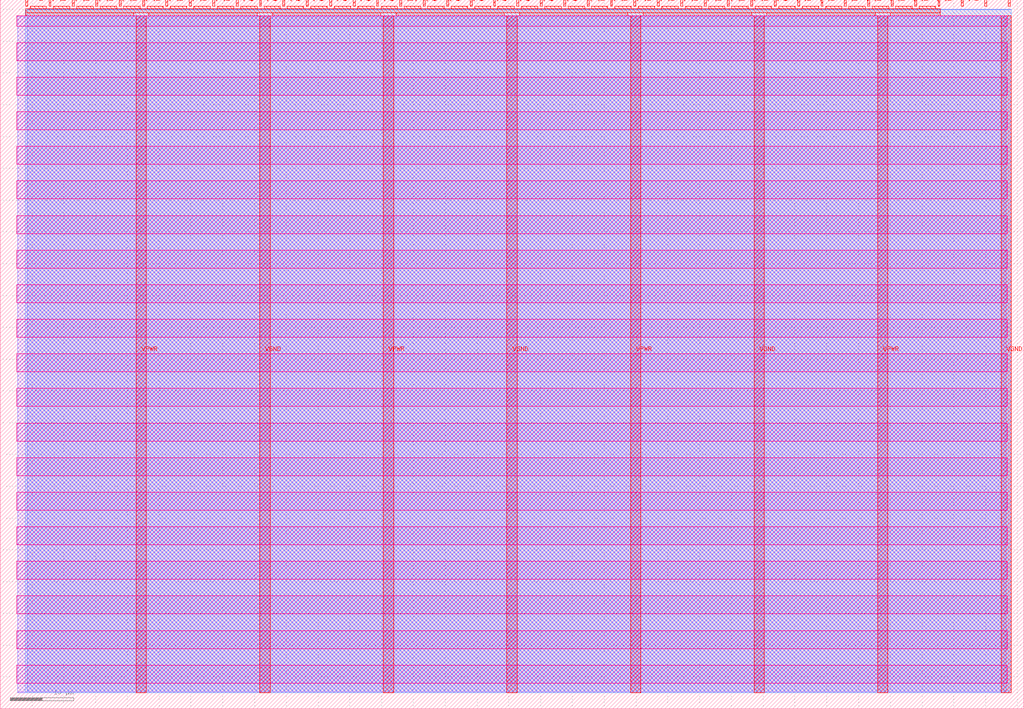
<source format=lef>
VERSION 5.7 ;
  NOWIREEXTENSIONATPIN ON ;
  DIVIDERCHAR "/" ;
  BUSBITCHARS "[]" ;
MACRO tt_um_wokwi_395058308283408385
  CLASS BLOCK ;
  FOREIGN tt_um_wokwi_395058308283408385 ;
  ORIGIN 0.000 0.000 ;
  SIZE 161.000 BY 111.520 ;
  PIN VGND
    DIRECTION INOUT ;
    USE GROUND ;
    PORT
      LAYER met4 ;
        RECT 40.830 2.480 42.430 109.040 ;
    END
    PORT
      LAYER met4 ;
        RECT 79.700 2.480 81.300 109.040 ;
    END
    PORT
      LAYER met4 ;
        RECT 118.570 2.480 120.170 109.040 ;
    END
    PORT
      LAYER met4 ;
        RECT 157.440 2.480 159.040 109.040 ;
    END
  END VGND
  PIN VPWR
    DIRECTION INOUT ;
    USE POWER ;
    PORT
      LAYER met4 ;
        RECT 21.395 2.480 22.995 109.040 ;
    END
    PORT
      LAYER met4 ;
        RECT 60.265 2.480 61.865 109.040 ;
    END
    PORT
      LAYER met4 ;
        RECT 99.135 2.480 100.735 109.040 ;
    END
    PORT
      LAYER met4 ;
        RECT 138.005 2.480 139.605 109.040 ;
    END
  END VPWR
  PIN clk
    DIRECTION INPUT ;
    USE SIGNAL ;
    PORT
      LAYER met4 ;
        RECT 154.870 110.520 155.170 111.520 ;
    END
  END clk
  PIN ena
    DIRECTION INPUT ;
    USE SIGNAL ;
    PORT
      LAYER met4 ;
        RECT 158.550 110.520 158.850 111.520 ;
    END
  END ena
  PIN rst_n
    DIRECTION INPUT ;
    USE SIGNAL ;
    PORT
      LAYER met4 ;
        RECT 151.190 110.520 151.490 111.520 ;
    END
  END rst_n
  PIN ui_in[0]
    DIRECTION INPUT ;
    USE SIGNAL ;
    ANTENNAGATEAREA 0.196500 ;
    PORT
      LAYER met4 ;
        RECT 147.510 110.520 147.810 111.520 ;
    END
  END ui_in[0]
  PIN ui_in[1]
    DIRECTION INPUT ;
    USE SIGNAL ;
    ANTENNAGATEAREA 0.196500 ;
    PORT
      LAYER met4 ;
        RECT 143.830 110.520 144.130 111.520 ;
    END
  END ui_in[1]
  PIN ui_in[2]
    DIRECTION INPUT ;
    USE SIGNAL ;
    PORT
      LAYER met4 ;
        RECT 140.150 110.520 140.450 111.520 ;
    END
  END ui_in[2]
  PIN ui_in[3]
    DIRECTION INPUT ;
    USE SIGNAL ;
    PORT
      LAYER met4 ;
        RECT 136.470 110.520 136.770 111.520 ;
    END
  END ui_in[3]
  PIN ui_in[4]
    DIRECTION INPUT ;
    USE SIGNAL ;
    PORT
      LAYER met4 ;
        RECT 132.790 110.520 133.090 111.520 ;
    END
  END ui_in[4]
  PIN ui_in[5]
    DIRECTION INPUT ;
    USE SIGNAL ;
    PORT
      LAYER met4 ;
        RECT 129.110 110.520 129.410 111.520 ;
    END
  END ui_in[5]
  PIN ui_in[6]
    DIRECTION INPUT ;
    USE SIGNAL ;
    PORT
      LAYER met4 ;
        RECT 125.430 110.520 125.730 111.520 ;
    END
  END ui_in[6]
  PIN ui_in[7]
    DIRECTION INPUT ;
    USE SIGNAL ;
    PORT
      LAYER met4 ;
        RECT 121.750 110.520 122.050 111.520 ;
    END
  END ui_in[7]
  PIN uio_in[0]
    DIRECTION INPUT ;
    USE SIGNAL ;
    PORT
      LAYER met4 ;
        RECT 118.070 110.520 118.370 111.520 ;
    END
  END uio_in[0]
  PIN uio_in[1]
    DIRECTION INPUT ;
    USE SIGNAL ;
    PORT
      LAYER met4 ;
        RECT 114.390 110.520 114.690 111.520 ;
    END
  END uio_in[1]
  PIN uio_in[2]
    DIRECTION INPUT ;
    USE SIGNAL ;
    PORT
      LAYER met4 ;
        RECT 110.710 110.520 111.010 111.520 ;
    END
  END uio_in[2]
  PIN uio_in[3]
    DIRECTION INPUT ;
    USE SIGNAL ;
    PORT
      LAYER met4 ;
        RECT 107.030 110.520 107.330 111.520 ;
    END
  END uio_in[3]
  PIN uio_in[4]
    DIRECTION INPUT ;
    USE SIGNAL ;
    PORT
      LAYER met4 ;
        RECT 103.350 110.520 103.650 111.520 ;
    END
  END uio_in[4]
  PIN uio_in[5]
    DIRECTION INPUT ;
    USE SIGNAL ;
    PORT
      LAYER met4 ;
        RECT 99.670 110.520 99.970 111.520 ;
    END
  END uio_in[5]
  PIN uio_in[6]
    DIRECTION INPUT ;
    USE SIGNAL ;
    PORT
      LAYER met4 ;
        RECT 95.990 110.520 96.290 111.520 ;
    END
  END uio_in[6]
  PIN uio_in[7]
    DIRECTION INPUT ;
    USE SIGNAL ;
    PORT
      LAYER met4 ;
        RECT 92.310 110.520 92.610 111.520 ;
    END
  END uio_in[7]
  PIN uio_oe[0]
    DIRECTION OUTPUT TRISTATE ;
    USE SIGNAL ;
    PORT
      LAYER met4 ;
        RECT 29.750 110.520 30.050 111.520 ;
    END
  END uio_oe[0]
  PIN uio_oe[1]
    DIRECTION OUTPUT TRISTATE ;
    USE SIGNAL ;
    PORT
      LAYER met4 ;
        RECT 26.070 110.520 26.370 111.520 ;
    END
  END uio_oe[1]
  PIN uio_oe[2]
    DIRECTION OUTPUT TRISTATE ;
    USE SIGNAL ;
    PORT
      LAYER met4 ;
        RECT 22.390 110.520 22.690 111.520 ;
    END
  END uio_oe[2]
  PIN uio_oe[3]
    DIRECTION OUTPUT TRISTATE ;
    USE SIGNAL ;
    PORT
      LAYER met4 ;
        RECT 18.710 110.520 19.010 111.520 ;
    END
  END uio_oe[3]
  PIN uio_oe[4]
    DIRECTION OUTPUT TRISTATE ;
    USE SIGNAL ;
    PORT
      LAYER met4 ;
        RECT 15.030 110.520 15.330 111.520 ;
    END
  END uio_oe[4]
  PIN uio_oe[5]
    DIRECTION OUTPUT TRISTATE ;
    USE SIGNAL ;
    PORT
      LAYER met4 ;
        RECT 11.350 110.520 11.650 111.520 ;
    END
  END uio_oe[5]
  PIN uio_oe[6]
    DIRECTION OUTPUT TRISTATE ;
    USE SIGNAL ;
    PORT
      LAYER met4 ;
        RECT 7.670 110.520 7.970 111.520 ;
    END
  END uio_oe[6]
  PIN uio_oe[7]
    DIRECTION OUTPUT TRISTATE ;
    USE SIGNAL ;
    PORT
      LAYER met4 ;
        RECT 3.990 110.520 4.290 111.520 ;
    END
  END uio_oe[7]
  PIN uio_out[0]
    DIRECTION OUTPUT TRISTATE ;
    USE SIGNAL ;
    PORT
      LAYER met4 ;
        RECT 59.190 110.520 59.490 111.520 ;
    END
  END uio_out[0]
  PIN uio_out[1]
    DIRECTION OUTPUT TRISTATE ;
    USE SIGNAL ;
    PORT
      LAYER met4 ;
        RECT 55.510 110.520 55.810 111.520 ;
    END
  END uio_out[1]
  PIN uio_out[2]
    DIRECTION OUTPUT TRISTATE ;
    USE SIGNAL ;
    PORT
      LAYER met4 ;
        RECT 51.830 110.520 52.130 111.520 ;
    END
  END uio_out[2]
  PIN uio_out[3]
    DIRECTION OUTPUT TRISTATE ;
    USE SIGNAL ;
    PORT
      LAYER met4 ;
        RECT 48.150 110.520 48.450 111.520 ;
    END
  END uio_out[3]
  PIN uio_out[4]
    DIRECTION OUTPUT TRISTATE ;
    USE SIGNAL ;
    PORT
      LAYER met4 ;
        RECT 44.470 110.520 44.770 111.520 ;
    END
  END uio_out[4]
  PIN uio_out[5]
    DIRECTION OUTPUT TRISTATE ;
    USE SIGNAL ;
    PORT
      LAYER met4 ;
        RECT 40.790 110.520 41.090 111.520 ;
    END
  END uio_out[5]
  PIN uio_out[6]
    DIRECTION OUTPUT TRISTATE ;
    USE SIGNAL ;
    PORT
      LAYER met4 ;
        RECT 37.110 110.520 37.410 111.520 ;
    END
  END uio_out[6]
  PIN uio_out[7]
    DIRECTION OUTPUT TRISTATE ;
    USE SIGNAL ;
    PORT
      LAYER met4 ;
        RECT 33.430 110.520 33.730 111.520 ;
    END
  END uio_out[7]
  PIN uo_out[0]
    DIRECTION OUTPUT TRISTATE ;
    USE SIGNAL ;
    ANTENNADIFFAREA 0.445500 ;
    PORT
      LAYER met4 ;
        RECT 88.630 110.520 88.930 111.520 ;
    END
  END uo_out[0]
  PIN uo_out[1]
    DIRECTION OUTPUT TRISTATE ;
    USE SIGNAL ;
    ANTENNADIFFAREA 0.445500 ;
    PORT
      LAYER met4 ;
        RECT 84.950 110.520 85.250 111.520 ;
    END
  END uo_out[1]
  PIN uo_out[2]
    DIRECTION OUTPUT TRISTATE ;
    USE SIGNAL ;
    ANTENNADIFFAREA 0.445500 ;
    PORT
      LAYER met4 ;
        RECT 81.270 110.520 81.570 111.520 ;
    END
  END uo_out[2]
  PIN uo_out[3]
    DIRECTION OUTPUT TRISTATE ;
    USE SIGNAL ;
    ANTENNADIFFAREA 0.445500 ;
    PORT
      LAYER met4 ;
        RECT 77.590 110.520 77.890 111.520 ;
    END
  END uo_out[3]
  PIN uo_out[4]
    DIRECTION OUTPUT TRISTATE ;
    USE SIGNAL ;
    ANTENNADIFFAREA 0.445500 ;
    PORT
      LAYER met4 ;
        RECT 73.910 110.520 74.210 111.520 ;
    END
  END uo_out[4]
  PIN uo_out[5]
    DIRECTION OUTPUT TRISTATE ;
    USE SIGNAL ;
    ANTENNADIFFAREA 0.445500 ;
    PORT
      LAYER met4 ;
        RECT 70.230 110.520 70.530 111.520 ;
    END
  END uo_out[5]
  PIN uo_out[6]
    DIRECTION OUTPUT TRISTATE ;
    USE SIGNAL ;
    ANTENNADIFFAREA 0.445500 ;
    PORT
      LAYER met4 ;
        RECT 66.550 110.520 66.850 111.520 ;
    END
  END uo_out[6]
  PIN uo_out[7]
    DIRECTION OUTPUT TRISTATE ;
    USE SIGNAL ;
    ANTENNADIFFAREA 0.445500 ;
    PORT
      LAYER met4 ;
        RECT 62.870 110.520 63.170 111.520 ;
    END
  END uo_out[7]
  OBS
      LAYER nwell ;
        RECT 2.570 107.385 158.430 108.990 ;
        RECT 2.570 101.945 158.430 104.775 ;
        RECT 2.570 96.505 158.430 99.335 ;
        RECT 2.570 91.065 158.430 93.895 ;
        RECT 2.570 85.625 158.430 88.455 ;
        RECT 2.570 80.185 158.430 83.015 ;
        RECT 2.570 74.745 158.430 77.575 ;
        RECT 2.570 69.305 158.430 72.135 ;
        RECT 2.570 63.865 158.430 66.695 ;
        RECT 2.570 58.425 158.430 61.255 ;
        RECT 2.570 52.985 158.430 55.815 ;
        RECT 2.570 47.545 158.430 50.375 ;
        RECT 2.570 42.105 158.430 44.935 ;
        RECT 2.570 36.665 158.430 39.495 ;
        RECT 2.570 31.225 158.430 34.055 ;
        RECT 2.570 25.785 158.430 28.615 ;
        RECT 2.570 20.345 158.430 23.175 ;
        RECT 2.570 14.905 158.430 17.735 ;
        RECT 2.570 9.465 158.430 12.295 ;
        RECT 2.570 4.025 158.430 6.855 ;
      LAYER li1 ;
        RECT 2.760 2.635 158.240 108.885 ;
      LAYER met1 ;
        RECT 2.760 2.480 159.040 109.040 ;
      LAYER met2 ;
        RECT 4.230 2.535 159.010 110.005 ;
      LAYER met3 ;
        RECT 3.950 2.555 159.030 109.985 ;
      LAYER met4 ;
        RECT 4.690 110.120 7.270 110.520 ;
        RECT 8.370 110.120 10.950 110.520 ;
        RECT 12.050 110.120 14.630 110.520 ;
        RECT 15.730 110.120 18.310 110.520 ;
        RECT 19.410 110.120 21.990 110.520 ;
        RECT 23.090 110.120 25.670 110.520 ;
        RECT 26.770 110.120 29.350 110.520 ;
        RECT 30.450 110.120 33.030 110.520 ;
        RECT 34.130 110.120 36.710 110.520 ;
        RECT 37.810 110.120 40.390 110.520 ;
        RECT 41.490 110.120 44.070 110.520 ;
        RECT 45.170 110.120 47.750 110.520 ;
        RECT 48.850 110.120 51.430 110.520 ;
        RECT 52.530 110.120 55.110 110.520 ;
        RECT 56.210 110.120 58.790 110.520 ;
        RECT 59.890 110.120 62.470 110.520 ;
        RECT 63.570 110.120 66.150 110.520 ;
        RECT 67.250 110.120 69.830 110.520 ;
        RECT 70.930 110.120 73.510 110.520 ;
        RECT 74.610 110.120 77.190 110.520 ;
        RECT 78.290 110.120 80.870 110.520 ;
        RECT 81.970 110.120 84.550 110.520 ;
        RECT 85.650 110.120 88.230 110.520 ;
        RECT 89.330 110.120 91.910 110.520 ;
        RECT 93.010 110.120 95.590 110.520 ;
        RECT 96.690 110.120 99.270 110.520 ;
        RECT 100.370 110.120 102.950 110.520 ;
        RECT 104.050 110.120 106.630 110.520 ;
        RECT 107.730 110.120 110.310 110.520 ;
        RECT 111.410 110.120 113.990 110.520 ;
        RECT 115.090 110.120 117.670 110.520 ;
        RECT 118.770 110.120 121.350 110.520 ;
        RECT 122.450 110.120 125.030 110.520 ;
        RECT 126.130 110.120 128.710 110.520 ;
        RECT 129.810 110.120 132.390 110.520 ;
        RECT 133.490 110.120 136.070 110.520 ;
        RECT 137.170 110.120 139.750 110.520 ;
        RECT 140.850 110.120 143.430 110.520 ;
        RECT 144.530 110.120 147.110 110.520 ;
        RECT 3.975 109.440 147.825 110.120 ;
        RECT 3.975 108.975 20.995 109.440 ;
        RECT 23.395 108.975 40.430 109.440 ;
        RECT 42.830 108.975 59.865 109.440 ;
        RECT 62.265 108.975 79.300 109.440 ;
        RECT 81.700 108.975 98.735 109.440 ;
        RECT 101.135 108.975 118.170 109.440 ;
        RECT 120.570 108.975 137.605 109.440 ;
        RECT 140.005 108.975 147.825 109.440 ;
  END
END tt_um_wokwi_395058308283408385
END LIBRARY


</source>
